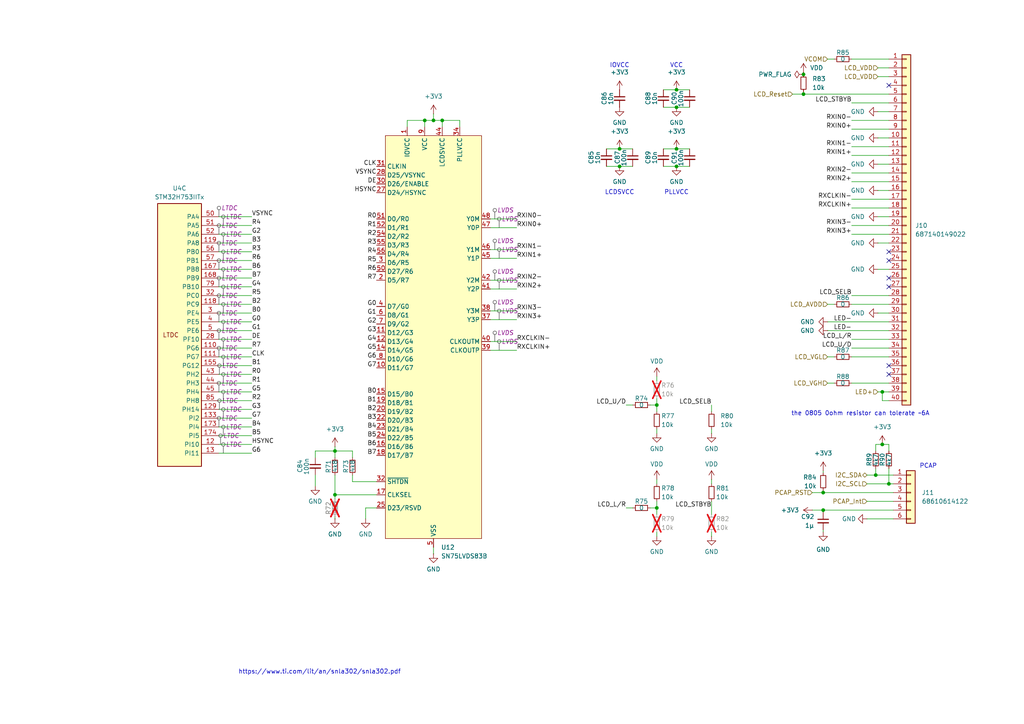
<source format=kicad_sch>
(kicad_sch
	(version 20231120)
	(generator "eeschema")
	(generator_version "8.0")
	(uuid "cfc08744-1338-460e-b9d6-bbb983fd58f1")
	(paper "A4")
	
	(junction
		(at 97.155 130.81)
		(diameter 0)
		(color 0 0 0 0)
		(uuid "0a014240-3880-4e76-9a94-85fc4b86e196")
	)
	(junction
		(at 179.705 48.26)
		(diameter 0)
		(color 0 0 0 0)
		(uuid "1a981e4a-df1f-4554-808a-8cb682e6b709")
	)
	(junction
		(at 255.905 128.905)
		(diameter 0)
		(color 0 0 0 0)
		(uuid "1f38e153-e651-4879-8c77-3220d9bfe30b")
	)
	(junction
		(at 196.215 26.035)
		(diameter 0)
		(color 0 0 0 0)
		(uuid "36bddcfd-11d5-48fe-af61-3a943aa79791")
	)
	(junction
		(at 257.81 140.335)
		(diameter 0)
		(color 0 0 0 0)
		(uuid "3925a27d-4875-405a-8c29-a7ba8d4725f7")
	)
	(junction
		(at 125.73 34.925)
		(diameter 0)
		(color 0 0 0 0)
		(uuid "51eeccfe-6686-4ca9-8aba-d515e08cb179")
	)
	(junction
		(at 190.5 117.475)
		(diameter 0)
		(color 0 0 0 0)
		(uuid "587b8044-6d76-4594-b205-64f5ae3d0cbf")
	)
	(junction
		(at 128.27 34.925)
		(diameter 0)
		(color 0 0 0 0)
		(uuid "5e4fb1b3-b906-42cb-9bcf-1fe43b515c5c")
	)
	(junction
		(at 123.19 34.925)
		(diameter 0)
		(color 0 0 0 0)
		(uuid "6921e377-c6aa-4918-8f18-78751ee65e4b")
	)
	(junction
		(at 233.045 27.305)
		(diameter 0)
		(color 0 0 0 0)
		(uuid "6b7b1be5-7851-40f7-b61c-54746ac8b71c")
	)
	(junction
		(at 179.705 43.18)
		(diameter 0)
		(color 0 0 0 0)
		(uuid "6f2f8254-1c91-4009-962f-948e94f45990")
	)
	(junction
		(at 238.76 147.955)
		(diameter 0)
		(color 0 0 0 0)
		(uuid "833e2d64-fc43-464a-9283-f695744d3d12")
	)
	(junction
		(at 255.905 113.665)
		(diameter 0)
		(color 0 0 0 0)
		(uuid "89518f6e-9c83-421f-9c57-ab6c1f4a7a34")
	)
	(junction
		(at 97.155 143.51)
		(diameter 0)
		(color 0 0 0 0)
		(uuid "b360e58b-d3d1-4f91-b7db-26a83f81783f")
	)
	(junction
		(at 238.76 142.875)
		(diameter 0)
		(color 0 0 0 0)
		(uuid "ba9f6885-d1c2-4976-8e6c-b3c768d67c14")
	)
	(junction
		(at 190.5 147.32)
		(diameter 0)
		(color 0 0 0 0)
		(uuid "cbdd449a-e405-445e-a272-3419885e6243")
	)
	(junction
		(at 196.215 48.26)
		(diameter 0)
		(color 0 0 0 0)
		(uuid "d008a368-33cc-4d3e-b958-698d092dfcd5")
	)
	(junction
		(at 196.215 31.115)
		(diameter 0)
		(color 0 0 0 0)
		(uuid "ec8f96ba-b615-4c3c-85a1-f8ab19bdb118")
	)
	(junction
		(at 233.045 21.59)
		(diameter 0)
		(color 0 0 0 0)
		(uuid "f0bb0dd0-1498-4cf2-80b4-e31af6999afb")
	)
	(junction
		(at 196.215 43.18)
		(diameter 0)
		(color 0 0 0 0)
		(uuid "f4221231-7f4d-4ee4-b654-d71f985c5bf1")
	)
	(junction
		(at 254 137.795)
		(diameter 0)
		(color 0 0 0 0)
		(uuid "f621acd5-9b92-4da7-afc1-ea1e53f7700e")
	)
	(no_connect
		(at 257.81 108.585)
		(uuid "206530de-08a6-4322-927d-360e1543f9c3")
	)
	(no_connect
		(at 257.81 80.645)
		(uuid "4670c019-b6c9-4fcc-b1c1-90483035a52d")
	)
	(no_connect
		(at 257.81 73.025)
		(uuid "57ba4c83-7552-48dc-a263-d34d0b323fe5")
	)
	(no_connect
		(at 257.81 83.185)
		(uuid "58e4a9ba-9959-41ee-8aa7-af7bb26bb0fc")
	)
	(no_connect
		(at 257.81 75.565)
		(uuid "6656bea9-1e28-47cc-8494-9faa91d6f4b4")
	)
	(no_connect
		(at 257.81 24.765)
		(uuid "b5294258-8b2c-4d02-a271-4a5af5e8753b")
	)
	(no_connect
		(at 257.81 106.045)
		(uuid "d5a720d4-226e-4161-a590-27effc13fbc0")
	)
	(wire
		(pts
			(xy 196.215 48.26) (xy 200.025 48.26)
		)
		(stroke
			(width 0)
			(type default)
		)
		(uuid "0298da3d-88c6-441a-bd23-3a8b6279e8c9")
	)
	(wire
		(pts
			(xy 251.46 140.335) (xy 257.81 140.335)
		)
		(stroke
			(width 0)
			(type default)
		)
		(uuid "05e528cd-cd25-429f-b1b3-d804461f1fbb")
	)
	(wire
		(pts
			(xy 257.81 135.89) (xy 257.81 140.335)
		)
		(stroke
			(width 0)
			(type default)
		)
		(uuid "06b39ecd-f131-4d5e-be11-106155e0051c")
	)
	(wire
		(pts
			(xy 149.86 99.06) (xy 142.24 99.06)
		)
		(stroke
			(width 0)
			(type default)
		)
		(uuid "0714a536-7eb6-4ce2-851e-ea015f0458bc")
	)
	(wire
		(pts
			(xy 238.76 154.305) (xy 238.76 153.67)
		)
		(stroke
			(width 0)
			(type default)
		)
		(uuid "07f733c1-2c84-4554-b580-90af3ab3af81")
	)
	(wire
		(pts
			(xy 97.155 149.86) (xy 97.155 150.495)
		)
		(stroke
			(width 0)
			(type default)
		)
		(uuid "09997052-fd26-4555-95c6-8743f1453e4f")
	)
	(wire
		(pts
			(xy 73.025 90.805) (xy 63.5 90.805)
		)
		(stroke
			(width 0)
			(type default)
		)
		(uuid "0c7769d9-58d9-424f-8e8c-af7626579794")
	)
	(wire
		(pts
			(xy 102.235 130.81) (xy 102.235 132.715)
		)
		(stroke
			(width 0)
			(type default)
		)
		(uuid "0c8bd05c-5fba-4223-a449-4cbbc5bdec09")
	)
	(wire
		(pts
			(xy 73.025 106.045) (xy 63.5 106.045)
		)
		(stroke
			(width 0)
			(type default)
		)
		(uuid "0d39e855-7002-41d3-8c4c-228d51362fd8")
	)
	(wire
		(pts
			(xy 133.35 34.925) (xy 133.35 36.83)
		)
		(stroke
			(width 0)
			(type default)
		)
		(uuid "0fe53239-7447-4eb5-8ad5-c0e8b73b79db")
	)
	(wire
		(pts
			(xy 125.73 158.75) (xy 125.73 160.655)
		)
		(stroke
			(width 0)
			(type default)
		)
		(uuid "10cb2966-9e76-4d0b-ae0d-260f6ad04f92")
	)
	(wire
		(pts
			(xy 247.015 111.125) (xy 257.81 111.125)
		)
		(stroke
			(width 0)
			(type default)
		)
		(uuid "13c63c44-473b-4821-bfdb-9dab528786c2")
	)
	(wire
		(pts
			(xy 190.5 147.32) (xy 190.5 149.225)
		)
		(stroke
			(width 0)
			(type default)
		)
		(uuid "1682fa89-003e-4157-a37f-bb74a89a1921")
	)
	(wire
		(pts
			(xy 233.045 20.955) (xy 233.045 21.59)
		)
		(stroke
			(width 0)
			(type default)
		)
		(uuid "17155407-70a1-437c-acf1-ef8c745c8d55")
	)
	(wire
		(pts
			(xy 73.025 78.105) (xy 63.5 78.105)
		)
		(stroke
			(width 0)
			(type default)
		)
		(uuid "17d94e04-1564-40d7-929a-7f08193a5664")
	)
	(wire
		(pts
			(xy 238.76 147.955) (xy 238.76 148.59)
		)
		(stroke
			(width 0)
			(type default)
		)
		(uuid "193249d7-42be-4aa3-9346-3782bac88bef")
	)
	(wire
		(pts
			(xy 190.5 109.22) (xy 190.5 110.49)
		)
		(stroke
			(width 0)
			(type default)
		)
		(uuid "19ebde49-e7ee-4f44-aa21-c9a530b73c81")
	)
	(wire
		(pts
			(xy 254.635 90.805) (xy 257.81 90.805)
		)
		(stroke
			(width 0)
			(type default)
		)
		(uuid "1c029d85-b489-425d-b4be-7fb14080dda1")
	)
	(wire
		(pts
			(xy 247.015 88.265) (xy 257.81 88.265)
		)
		(stroke
			(width 0)
			(type default)
		)
		(uuid "1d48773f-2c67-4fd6-b92d-82324b248da6")
	)
	(wire
		(pts
			(xy 247.015 103.505) (xy 257.81 103.505)
		)
		(stroke
			(width 0)
			(type default)
		)
		(uuid "1ec68ab0-74c3-4639-83cb-e6593f6a6859")
	)
	(wire
		(pts
			(xy 73.025 121.285) (xy 63.5 121.285)
		)
		(stroke
			(width 0)
			(type default)
		)
		(uuid "207bac0e-477b-4ecc-a9e7-30d1882c0397")
	)
	(wire
		(pts
			(xy 97.155 130.81) (xy 102.235 130.81)
		)
		(stroke
			(width 0)
			(type default)
		)
		(uuid "23b220bd-13e9-445f-ae5e-3ab326eee3d2")
	)
	(wire
		(pts
			(xy 238.76 142.24) (xy 238.76 142.875)
		)
		(stroke
			(width 0)
			(type default)
		)
		(uuid "23c600d3-e761-4c99-b45d-34adfb2a9b67")
	)
	(wire
		(pts
			(xy 73.025 113.665) (xy 63.5 113.665)
		)
		(stroke
			(width 0)
			(type default)
		)
		(uuid "2740aec2-87ac-44d3-b6ad-680504a1c06c")
	)
	(wire
		(pts
			(xy 247.015 60.325) (xy 257.81 60.325)
		)
		(stroke
			(width 0)
			(type default)
		)
		(uuid "27619d87-814b-4e66-8ce5-84c9b258f0bf")
	)
	(wire
		(pts
			(xy 142.24 74.93) (xy 149.86 74.93)
		)
		(stroke
			(width 0)
			(type default)
		)
		(uuid "29b1f2f7-9974-4042-9e5d-7f1190fac34f")
	)
	(wire
		(pts
			(xy 142.24 83.82) (xy 149.86 83.82)
		)
		(stroke
			(width 0)
			(type default)
		)
		(uuid "2c715c41-8579-4be5-8127-330173332aa8")
	)
	(wire
		(pts
			(xy 247.015 65.405) (xy 257.81 65.405)
		)
		(stroke
			(width 0)
			(type default)
		)
		(uuid "2f1b7142-5359-4472-b1fd-de96165f83e6")
	)
	(wire
		(pts
			(xy 73.025 80.645) (xy 63.5 80.645)
		)
		(stroke
			(width 0)
			(type default)
		)
		(uuid "2f42cc24-c719-4c2e-85ed-24e93a3cc083")
	)
	(wire
		(pts
			(xy 254.635 22.225) (xy 257.81 22.225)
		)
		(stroke
			(width 0)
			(type default)
		)
		(uuid "2f4e38f2-30cc-442c-b415-30467d32412d")
	)
	(wire
		(pts
			(xy 109.22 139.7) (xy 102.235 139.7)
		)
		(stroke
			(width 0)
			(type default)
		)
		(uuid "2fa43b00-581c-4b57-a7a9-a604f50b01d8")
	)
	(wire
		(pts
			(xy 73.025 70.485) (xy 63.5 70.485)
		)
		(stroke
			(width 0)
			(type default)
		)
		(uuid "2fd05b17-4010-4706-b3dd-e515141cfb1b")
	)
	(wire
		(pts
			(xy 181.61 147.32) (xy 183.515 147.32)
		)
		(stroke
			(width 0)
			(type default)
		)
		(uuid "30ffd6f7-ef1f-437f-9a7c-a23e216c9290")
	)
	(wire
		(pts
			(xy 206.375 117.475) (xy 206.375 119.38)
		)
		(stroke
			(width 0)
			(type default)
		)
		(uuid "312df952-f886-423f-9ecc-b76acc89c019")
	)
	(wire
		(pts
			(xy 73.025 111.125) (xy 63.5 111.125)
		)
		(stroke
			(width 0)
			(type default)
		)
		(uuid "338badde-9ba2-4589-8576-84513e88485b")
	)
	(wire
		(pts
			(xy 247.015 57.785) (xy 257.81 57.785)
		)
		(stroke
			(width 0)
			(type default)
		)
		(uuid "338cbeb0-9e4c-42b6-9787-f19a5da2870c")
	)
	(wire
		(pts
			(xy 73.025 85.725) (xy 63.5 85.725)
		)
		(stroke
			(width 0)
			(type default)
		)
		(uuid "353d6dc0-f1dc-426d-ba7b-8e9e71df4b19")
	)
	(wire
		(pts
			(xy 233.045 26.67) (xy 233.045 27.305)
		)
		(stroke
			(width 0)
			(type default)
		)
		(uuid "354a3f1c-1c85-4f32-9b4a-8a7f5efa4e0a")
	)
	(wire
		(pts
			(xy 254 128.905) (xy 255.905 128.905)
		)
		(stroke
			(width 0)
			(type default)
		)
		(uuid "357e09a7-75f7-41a8-8c60-319f523d3773")
	)
	(wire
		(pts
			(xy 97.155 132.715) (xy 97.155 130.81)
		)
		(stroke
			(width 0)
			(type default)
		)
		(uuid "36eb8b53-c7a4-49dd-be5b-2105c6730fe4")
	)
	(wire
		(pts
			(xy 190.5 145.415) (xy 190.5 147.32)
		)
		(stroke
			(width 0)
			(type default)
		)
		(uuid "37521562-0348-42d1-a316-ad5f22f99668")
	)
	(wire
		(pts
			(xy 106.045 147.32) (xy 109.22 147.32)
		)
		(stroke
			(width 0)
			(type default)
		)
		(uuid "3a719ff8-c0b4-4593-b1f0-e26697bd70c2")
	)
	(wire
		(pts
			(xy 206.375 124.46) (xy 206.375 125.73)
		)
		(stroke
			(width 0)
			(type default)
		)
		(uuid "3ae24d99-1378-4e06-9b17-fab03726b185")
	)
	(wire
		(pts
			(xy 255.905 116.205) (xy 255.905 113.665)
		)
		(stroke
			(width 0)
			(type default)
		)
		(uuid "3d796974-152f-4f56-bd9a-5cb2a66feb94")
	)
	(wire
		(pts
			(xy 149.86 90.17) (xy 142.24 90.17)
		)
		(stroke
			(width 0)
			(type default)
		)
		(uuid "3db8ead2-c244-4591-9f6b-d8e5bc35cade")
	)
	(wire
		(pts
			(xy 251.46 137.795) (xy 254 137.795)
		)
		(stroke
			(width 0)
			(type default)
		)
		(uuid "3f295cfd-ebba-4b1e-bac9-708590bd77b6")
	)
	(wire
		(pts
			(xy 91.44 130.81) (xy 97.155 130.81)
		)
		(stroke
			(width 0)
			(type default)
		)
		(uuid "45d0edf7-736a-4aa7-a23f-5212f8458eff")
	)
	(wire
		(pts
			(xy 247.015 17.145) (xy 257.81 17.145)
		)
		(stroke
			(width 0)
			(type default)
		)
		(uuid "466f5f35-7ab1-4d99-b939-c70f85820bed")
	)
	(wire
		(pts
			(xy 255.905 116.205) (xy 257.81 116.205)
		)
		(stroke
			(width 0)
			(type default)
		)
		(uuid "4718d472-c8b6-4441-ab81-d18e38c07fbd")
	)
	(wire
		(pts
			(xy 73.025 95.885) (xy 63.5 95.885)
		)
		(stroke
			(width 0)
			(type default)
		)
		(uuid "474024e8-c41f-40cb-9189-6472ac0431c2")
	)
	(wire
		(pts
			(xy 247.015 52.705) (xy 257.81 52.705)
		)
		(stroke
			(width 0)
			(type default)
		)
		(uuid "48985834-8e71-434f-b58e-ed9ffa085d20")
	)
	(wire
		(pts
			(xy 238.76 147.955) (xy 259.08 147.955)
		)
		(stroke
			(width 0)
			(type default)
		)
		(uuid "4c814185-20ab-4c63-85a3-08873cf631b5")
	)
	(wire
		(pts
			(xy 73.025 126.365) (xy 63.5 126.365)
		)
		(stroke
			(width 0)
			(type default)
		)
		(uuid "4cfb2005-de05-4a9f-b8a3-20c9e3e1b72d")
	)
	(wire
		(pts
			(xy 73.025 88.265) (xy 63.5 88.265)
		)
		(stroke
			(width 0)
			(type default)
		)
		(uuid "502ec2c1-b2f3-4c69-8215-aea89d77cbb8")
	)
	(wire
		(pts
			(xy 235.585 142.875) (xy 238.76 142.875)
		)
		(stroke
			(width 0)
			(type default)
		)
		(uuid "51176f82-a718-44d9-8aac-1fbaebeebff1")
	)
	(wire
		(pts
			(xy 125.73 34.925) (xy 128.27 34.925)
		)
		(stroke
			(width 0)
			(type default)
		)
		(uuid "512c3170-6919-410f-ab24-a01210192fc0")
	)
	(wire
		(pts
			(xy 73.025 75.565) (xy 63.5 75.565)
		)
		(stroke
			(width 0)
			(type default)
		)
		(uuid "5189ac23-5b18-47b9-a125-4cf0911b02fc")
	)
	(wire
		(pts
			(xy 175.895 48.26) (xy 179.705 48.26)
		)
		(stroke
			(width 0)
			(type default)
		)
		(uuid "57ab13e2-8a92-42d1-9fb8-6b02d0766ffe")
	)
	(wire
		(pts
			(xy 188.595 147.32) (xy 190.5 147.32)
		)
		(stroke
			(width 0)
			(type default)
		)
		(uuid "5bb6ede0-1f09-4ee3-b054-e913caa88144")
	)
	(wire
		(pts
			(xy 254.635 62.865) (xy 257.81 62.865)
		)
		(stroke
			(width 0)
			(type default)
		)
		(uuid "5d74f553-7285-4b03-8f7a-7493264e6ca7")
	)
	(wire
		(pts
			(xy 240.03 93.345) (xy 257.81 93.345)
		)
		(stroke
			(width 0)
			(type default)
		)
		(uuid "5f241d29-31c2-41f4-bd3d-059c2e65be39")
	)
	(wire
		(pts
			(xy 73.025 128.905) (xy 63.5 128.905)
		)
		(stroke
			(width 0)
			(type default)
		)
		(uuid "6075275d-7f2e-461d-a448-e93aaa6b54b5")
	)
	(wire
		(pts
			(xy 206.375 139.065) (xy 206.375 140.335)
		)
		(stroke
			(width 0)
			(type default)
		)
		(uuid "60c7230e-5bca-4180-bcca-03d23889c8d9")
	)
	(wire
		(pts
			(xy 240.03 17.145) (xy 241.935 17.145)
		)
		(stroke
			(width 0)
			(type default)
		)
		(uuid "618979c3-fee3-4fd4-90b7-b3a321c9831f")
	)
	(wire
		(pts
			(xy 179.705 43.18) (xy 183.515 43.18)
		)
		(stroke
			(width 0)
			(type default)
		)
		(uuid "652c6c39-fa45-4f03-89a8-cde00a0d1335")
	)
	(wire
		(pts
			(xy 181.61 117.475) (xy 183.515 117.475)
		)
		(stroke
			(width 0)
			(type default)
		)
		(uuid "65cc8ab6-13ef-40a8-9b07-cc9baf602c04")
	)
	(wire
		(pts
			(xy 247.015 67.945) (xy 257.81 67.945)
		)
		(stroke
			(width 0)
			(type default)
		)
		(uuid "671eb76e-ac7c-495b-9377-d06227dbda46")
	)
	(wire
		(pts
			(xy 206.375 154.305) (xy 206.375 155.575)
		)
		(stroke
			(width 0)
			(type default)
		)
		(uuid "68278b12-7341-4bce-ab78-6f965d6478a7")
	)
	(wire
		(pts
			(xy 188.595 117.475) (xy 190.5 117.475)
		)
		(stroke
			(width 0)
			(type default)
		)
		(uuid "6e4fea39-f48b-434e-b2ca-502d3b4c5e09")
	)
	(wire
		(pts
			(xy 106.045 150.495) (xy 106.045 147.32)
		)
		(stroke
			(width 0)
			(type default)
		)
		(uuid "6f5af170-38aa-4c58-a2e9-2e76e811c87e")
	)
	(wire
		(pts
			(xy 247.015 100.965) (xy 257.81 100.965)
		)
		(stroke
			(width 0)
			(type default)
		)
		(uuid "71413b15-4c29-4db8-9aca-4d4d08e03b81")
	)
	(wire
		(pts
			(xy 190.5 124.46) (xy 190.5 125.73)
		)
		(stroke
			(width 0)
			(type default)
		)
		(uuid "71808231-1ba2-4266-ac0d-4cd719878a39")
	)
	(wire
		(pts
			(xy 251.46 145.415) (xy 259.08 145.415)
		)
		(stroke
			(width 0)
			(type default)
		)
		(uuid "718cbf0e-2c2e-4dfb-aa82-e96c26e595e9")
	)
	(wire
		(pts
			(xy 73.025 118.745) (xy 63.5 118.745)
		)
		(stroke
			(width 0)
			(type default)
		)
		(uuid "722e648b-dd59-4c9c-b8e6-05d6a986c479")
	)
	(wire
		(pts
			(xy 73.025 98.425) (xy 63.5 98.425)
		)
		(stroke
			(width 0)
			(type default)
		)
		(uuid "7346d934-c35c-43c1-88c0-f88dc480586d")
	)
	(wire
		(pts
			(xy 123.19 34.925) (xy 125.73 34.925)
		)
		(stroke
			(width 0)
			(type default)
		)
		(uuid "79289023-9eda-4942-b277-ffdf5c17a90c")
	)
	(wire
		(pts
			(xy 206.375 145.415) (xy 206.375 149.225)
		)
		(stroke
			(width 0)
			(type default)
		)
		(uuid "79526d75-b91c-4e80-a209-f4f7252523a2")
	)
	(wire
		(pts
			(xy 240.03 95.885) (xy 257.81 95.885)
		)
		(stroke
			(width 0)
			(type default)
		)
		(uuid "7a3e6c4f-9432-460d-bcc3-675f61fb2f7b")
	)
	(wire
		(pts
			(xy 240.03 88.265) (xy 241.935 88.265)
		)
		(stroke
			(width 0)
			(type default)
		)
		(uuid "7ba4c5a6-fc2a-42bf-835e-6d3fe146eb49")
	)
	(wire
		(pts
			(xy 73.025 65.405) (xy 63.5 65.405)
		)
		(stroke
			(width 0)
			(type default)
		)
		(uuid "7c194a2f-2393-4372-aed6-e1e9f16266e8")
	)
	(wire
		(pts
			(xy 247.015 85.725) (xy 257.81 85.725)
		)
		(stroke
			(width 0)
			(type default)
		)
		(uuid "7d97b2ea-9c3a-4444-8140-5f88442d21a4")
	)
	(wire
		(pts
			(xy 102.235 139.7) (xy 102.235 137.795)
		)
		(stroke
			(width 0)
			(type default)
		)
		(uuid "7ef4ed38-09cf-4dc1-8d17-593720d6bfbd")
	)
	(wire
		(pts
			(xy 257.81 140.335) (xy 259.08 140.335)
		)
		(stroke
			(width 0)
			(type default)
		)
		(uuid "80449c22-7a2e-48ef-b100-319c64440b08")
	)
	(wire
		(pts
			(xy 91.44 130.81) (xy 91.44 132.715)
		)
		(stroke
			(width 0)
			(type default)
		)
		(uuid "8052b36c-73f0-4c99-a4b1-bba64c1b82e2")
	)
	(wire
		(pts
			(xy 118.11 34.925) (xy 123.19 34.925)
		)
		(stroke
			(width 0)
			(type default)
		)
		(uuid "82256a26-20d4-4f1c-8160-6219baaaf0fd")
	)
	(wire
		(pts
			(xy 192.405 31.115) (xy 196.215 31.115)
		)
		(stroke
			(width 0)
			(type default)
		)
		(uuid "824ceded-869f-4f61-9b0d-737a6d94db16")
	)
	(wire
		(pts
			(xy 254.635 32.385) (xy 257.81 32.385)
		)
		(stroke
			(width 0)
			(type default)
		)
		(uuid "83cc7d18-3605-4624-a3e7-065a5db17972")
	)
	(wire
		(pts
			(xy 97.155 129.54) (xy 97.155 130.81)
		)
		(stroke
			(width 0)
			(type default)
		)
		(uuid "862bf58b-0b37-45d1-90c8-c77c888bb601")
	)
	(wire
		(pts
			(xy 238.76 142.875) (xy 259.08 142.875)
		)
		(stroke
			(width 0)
			(type default)
		)
		(uuid "8a253ece-2bc3-43e4-9198-530d6b262d90")
	)
	(wire
		(pts
			(xy 255.905 113.665) (xy 257.81 113.665)
		)
		(stroke
			(width 0)
			(type default)
		)
		(uuid "8b0d9d8b-5c7a-4cad-883a-66ceb5f7ef54")
	)
	(wire
		(pts
			(xy 240.03 103.505) (xy 241.935 103.505)
		)
		(stroke
			(width 0)
			(type default)
		)
		(uuid "8b6da8b0-de78-4e0a-9628-aa523a0de7bb")
	)
	(wire
		(pts
			(xy 254.635 70.485) (xy 257.81 70.485)
		)
		(stroke
			(width 0)
			(type default)
		)
		(uuid "8fcba768-840e-438e-ac66-8ec626ed306c")
	)
	(wire
		(pts
			(xy 175.895 43.18) (xy 179.705 43.18)
		)
		(stroke
			(width 0)
			(type default)
		)
		(uuid "90afa069-9607-44d1-8a5b-5ef07d699a4a")
	)
	(wire
		(pts
			(xy 123.19 34.925) (xy 123.19 36.83)
		)
		(stroke
			(width 0)
			(type default)
		)
		(uuid "95aa725c-7b4c-4809-b773-ab53822a785e")
	)
	(wire
		(pts
			(xy 91.44 137.795) (xy 91.44 140.97)
		)
		(stroke
			(width 0)
			(type default)
		)
		(uuid "96be8705-1aaf-4f28-aace-ecacb5b0fc86")
	)
	(wire
		(pts
			(xy 235.585 147.955) (xy 238.76 147.955)
		)
		(stroke
			(width 0)
			(type default)
		)
		(uuid "9af2513d-bd0e-422c-8c69-9f61ea71fb1c")
	)
	(wire
		(pts
			(xy 247.015 34.925) (xy 257.81 34.925)
		)
		(stroke
			(width 0)
			(type default)
		)
		(uuid "9afaf073-8914-4b5f-9a09-321c7823603b")
	)
	(wire
		(pts
			(xy 149.86 63.5) (xy 142.24 63.5)
		)
		(stroke
			(width 0)
			(type default)
		)
		(uuid "9b1bb6e8-b640-4df4-90e7-f515e45fb94d")
	)
	(wire
		(pts
			(xy 257.81 128.905) (xy 257.81 130.81)
		)
		(stroke
			(width 0)
			(type default)
		)
		(uuid "9c4d6a6f-f984-42f1-a37b-45ccd36c49c2")
	)
	(wire
		(pts
			(xy 254.635 113.665) (xy 255.905 113.665)
		)
		(stroke
			(width 0)
			(type default)
		)
		(uuid "9cb67b43-cabd-47e1-99bb-bf896041f2a0")
	)
	(wire
		(pts
			(xy 255.905 128.905) (xy 257.81 128.905)
		)
		(stroke
			(width 0)
			(type default)
		)
		(uuid "9cd4ebb7-1f67-4d4a-86a6-5d4df2a67f6d")
	)
	(wire
		(pts
			(xy 73.025 103.505) (xy 63.5 103.505)
		)
		(stroke
			(width 0)
			(type default)
		)
		(uuid "9cd80d76-b308-4f36-bf78-30d41cf882c2")
	)
	(wire
		(pts
			(xy 73.025 123.825) (xy 63.5 123.825)
		)
		(stroke
			(width 0)
			(type default)
		)
		(uuid "a0b0b6be-49e7-466a-9be7-f5d9a5e202c7")
	)
	(wire
		(pts
			(xy 73.025 62.865) (xy 63.5 62.865)
		)
		(stroke
			(width 0)
			(type default)
		)
		(uuid "a2d4b60b-4a56-4117-9f46-350310b40e10")
	)
	(wire
		(pts
			(xy 238.76 136.525) (xy 238.76 137.16)
		)
		(stroke
			(width 0)
			(type default)
		)
		(uuid "a38bdfda-67d3-463a-8274-24b317601fed")
	)
	(wire
		(pts
			(xy 196.215 43.18) (xy 200.025 43.18)
		)
		(stroke
			(width 0)
			(type default)
		)
		(uuid "a42e8e46-cd2f-432f-9417-b53432b08db3")
	)
	(wire
		(pts
			(xy 233.045 27.305) (xy 257.81 27.305)
		)
		(stroke
			(width 0)
			(type default)
		)
		(uuid "a94d2cb2-c0e3-4b77-867f-08036eb8635e")
	)
	(wire
		(pts
			(xy 179.705 48.26) (xy 183.515 48.26)
		)
		(stroke
			(width 0)
			(type default)
		)
		(uuid "a9ab5bcb-7b6e-465d-8750-6972b61c2bbb")
	)
	(wire
		(pts
			(xy 196.215 31.115) (xy 200.025 31.115)
		)
		(stroke
			(width 0)
			(type default)
		)
		(uuid "aa32b454-0871-44c0-a45c-e8ddba70bf7e")
	)
	(wire
		(pts
			(xy 73.025 83.185) (xy 63.5 83.185)
		)
		(stroke
			(width 0)
			(type default)
		)
		(uuid "ab9141a5-c2e4-4987-b240-5417d21ae07d")
	)
	(wire
		(pts
			(xy 247.015 50.165) (xy 257.81 50.165)
		)
		(stroke
			(width 0)
			(type default)
		)
		(uuid "ae07fa32-ecd4-4f47-9f9a-68257480dc89")
	)
	(wire
		(pts
			(xy 254.635 19.685) (xy 257.81 19.685)
		)
		(stroke
			(width 0)
			(type default)
		)
		(uuid "ae5d1da4-dc18-4b2d-bc7a-ff67f4fd9e22")
	)
	(wire
		(pts
			(xy 73.025 73.025) (xy 63.5 73.025)
		)
		(stroke
			(width 0)
			(type default)
		)
		(uuid "ae88b2ef-c6a0-445c-8cfe-50ec635910c2")
	)
	(wire
		(pts
			(xy 254.635 78.105) (xy 257.81 78.105)
		)
		(stroke
			(width 0)
			(type default)
		)
		(uuid "b3918266-6f83-4b67-95c2-a18adeb3b8f8")
	)
	(wire
		(pts
			(xy 73.025 108.585) (xy 63.5 108.585)
		)
		(stroke
			(width 0)
			(type default)
		)
		(uuid "b46fcf1d-724b-45af-b731-03b25df5e6bb")
	)
	(wire
		(pts
			(xy 247.015 98.425) (xy 257.81 98.425)
		)
		(stroke
			(width 0)
			(type default)
		)
		(uuid "b74665b8-9c25-4e6e-9b69-3020ade95bd7")
	)
	(wire
		(pts
			(xy 125.73 33.02) (xy 125.73 34.925)
		)
		(stroke
			(width 0)
			(type default)
		)
		(uuid "b840f00d-7dd3-40a7-a038-2bd1432f126e")
	)
	(wire
		(pts
			(xy 128.27 34.925) (xy 133.35 34.925)
		)
		(stroke
			(width 0)
			(type default)
		)
		(uuid "b92b6ecf-f5c2-4e28-a6c0-424f103af062")
	)
	(wire
		(pts
			(xy 254.635 55.245) (xy 257.81 55.245)
		)
		(stroke
			(width 0)
			(type default)
		)
		(uuid "ba578d3a-fb82-4cea-8c1f-7e1fda372293")
	)
	(wire
		(pts
			(xy 254 137.795) (xy 259.08 137.795)
		)
		(stroke
			(width 0)
			(type default)
		)
		(uuid "bbd5ddb8-14c3-4b2b-aa92-4b50e140d68c")
	)
	(wire
		(pts
			(xy 251.46 150.495) (xy 259.08 150.495)
		)
		(stroke
			(width 0)
			(type default)
		)
		(uuid "bc4832a6-be93-4682-a561-6bd59cf7249f")
	)
	(wire
		(pts
			(xy 254 128.905) (xy 254 130.81)
		)
		(stroke
			(width 0)
			(type default)
		)
		(uuid "bd98bc5c-a944-4744-b53e-8f22f3ee1dda")
	)
	(wire
		(pts
			(xy 142.24 101.6) (xy 149.86 101.6)
		)
		(stroke
			(width 0)
			(type default)
		)
		(uuid "bdbf3e05-4ce9-4913-af14-3d367f3a176f")
	)
	(wire
		(pts
			(xy 247.015 37.465) (xy 257.81 37.465)
		)
		(stroke
			(width 0)
			(type default)
		)
		(uuid "bef8842b-46f7-4d9f-b8ff-b5523cb14e85")
	)
	(wire
		(pts
			(xy 73.025 67.945) (xy 63.5 67.945)
		)
		(stroke
			(width 0)
			(type default)
		)
		(uuid "bf035543-2a39-45e7-8df5-7690765d5f49")
	)
	(wire
		(pts
			(xy 254.635 40.005) (xy 257.81 40.005)
		)
		(stroke
			(width 0)
			(type default)
		)
		(uuid "bf23b9bf-e84b-4f47-83d9-2d403c4d44e9")
	)
	(wire
		(pts
			(xy 73.025 116.205) (xy 63.5 116.205)
		)
		(stroke
			(width 0)
			(type default)
		)
		(uuid "c0f57f5c-657b-4a7f-8933-0b263a9e6023")
	)
	(wire
		(pts
			(xy 192.405 43.18) (xy 196.215 43.18)
		)
		(stroke
			(width 0)
			(type default)
		)
		(uuid "c98340a9-4958-44da-bead-778ce16b983c")
	)
	(wire
		(pts
			(xy 247.015 45.085) (xy 257.81 45.085)
		)
		(stroke
			(width 0)
			(type default)
		)
		(uuid "c9db60b3-18a2-4d9a-b871-8efab5d8404d")
	)
	(wire
		(pts
			(xy 192.405 26.035) (xy 196.215 26.035)
		)
		(stroke
			(width 0)
			(type default)
		)
		(uuid "cedf6cc6-cf0c-4876-9970-dbb1e94e38da")
	)
	(wire
		(pts
			(xy 149.86 72.39) (xy 142.24 72.39)
		)
		(stroke
			(width 0)
			(type default)
		)
		(uuid "d075d592-3916-48ba-bae1-4c662547c997")
	)
	(wire
		(pts
			(xy 73.025 100.965) (xy 63.5 100.965)
		)
		(stroke
			(width 0)
			(type default)
		)
		(uuid "d45c6d57-f568-4cd8-b7c8-36ad8932d851")
	)
	(wire
		(pts
			(xy 190.5 117.475) (xy 190.5 119.38)
		)
		(stroke
			(width 0)
			(type default)
		)
		(uuid "e03c2f78-ecb6-4011-a780-91df4e9eb48f")
	)
	(wire
		(pts
			(xy 142.24 92.71) (xy 149.86 92.71)
		)
		(stroke
			(width 0)
			(type default)
		)
		(uuid "e0779c4d-d336-4ce1-bfa3-a3790b2fc8bf")
	)
	(wire
		(pts
			(xy 73.025 131.445) (xy 63.5 131.445)
		)
		(stroke
			(width 0)
			(type default)
		)
		(uuid "e08e363e-2784-44c9-a7c0-82001ed08804")
	)
	(wire
		(pts
			(xy 190.5 139.065) (xy 190.5 140.335)
		)
		(stroke
			(width 0)
			(type default)
		)
		(uuid "e0bfcbdd-bdf9-48a7-a6f5-92a1581af31c")
	)
	(wire
		(pts
			(xy 247.015 42.545) (xy 257.81 42.545)
		)
		(stroke
			(width 0)
			(type default)
		)
		(uuid "e2388c05-3c96-4150-bfba-fabf46d0bbae")
	)
	(wire
		(pts
			(xy 97.155 137.795) (xy 97.155 143.51)
		)
		(stroke
			(width 0)
			(type default)
		)
		(uuid "e70de6e4-78af-4d30-a1cb-1182b39e31e4")
	)
	(wire
		(pts
			(xy 142.24 66.04) (xy 149.86 66.04)
		)
		(stroke
			(width 0)
			(type default)
		)
		(uuid "e7cab5c7-8679-4b50-a42f-f882b181fbb9")
	)
	(wire
		(pts
			(xy 118.11 36.83) (xy 118.11 34.925)
		)
		(stroke
			(width 0)
			(type default)
		)
		(uuid "ea9d0ea8-e098-4297-9c55-b45bedd20476")
	)
	(wire
		(pts
			(xy 149.86 81.28) (xy 142.24 81.28)
		)
		(stroke
			(width 0)
			(type default)
		)
		(uuid "eb39c25b-ffe2-4da6-a0b2-8af71d0c1172")
	)
	(wire
		(pts
			(xy 192.405 48.26) (xy 196.215 48.26)
		)
		(stroke
			(width 0)
			(type default)
		)
		(uuid "f16df34f-8751-4964-b975-6f243a856a47")
	)
	(wire
		(pts
			(xy 240.03 111.125) (xy 241.935 111.125)
		)
		(stroke
			(width 0)
			(type default)
		)
		(uuid "f2557df2-1adf-456b-8f1a-153221d9ea7f")
	)
	(wire
		(pts
			(xy 254 135.89) (xy 254 137.795)
		)
		(stroke
			(width 0)
			(type default)
		)
		(uuid "f34b4a7f-30c2-4c02-acad-64be66476446")
	)
	(wire
		(pts
			(xy 97.155 143.51) (xy 109.22 143.51)
		)
		(stroke
			(width 0)
			(type default)
		)
		(uuid "f554973e-e8dd-4851-bca8-6fe663208a8f")
	)
	(wire
		(pts
			(xy 97.155 143.51) (xy 97.155 144.78)
		)
		(stroke
			(width 0)
			(type default)
		)
		(uuid "f564e718-be05-4a41-9b64-a20ab63ac335")
	)
	(wire
		(pts
			(xy 73.025 93.345) (xy 63.5 93.345)
		)
		(stroke
			(width 0)
			(type default)
		)
		(uuid "f5a32e9c-1591-4c8b-a8ac-b0056357b0dd")
	)
	(wire
		(pts
			(xy 190.5 154.305) (xy 190.5 155.575)
		)
		(stroke
			(width 0)
			(type default)
		)
		(uuid "f86d5a4b-b4ea-4bd2-b58a-bff92fc439ab")
	)
	(wire
		(pts
			(xy 247.015 29.845) (xy 257.81 29.845)
		)
		(stroke
			(width 0)
			(type default)
		)
		(uuid "f8bd3e43-06b8-48bc-969c-a24c8a936e42")
	)
	(wire
		(pts
			(xy 229.87 27.305) (xy 233.045 27.305)
		)
		(stroke
			(width 0)
			(type default)
		)
		(uuid "f907b5bd-be26-4ce3-bba1-b715c06131de")
	)
	(wire
		(pts
			(xy 190.5 115.57) (xy 190.5 117.475)
		)
		(stroke
			(width 0)
			(type default)
		)
		(uuid "fc269f37-55eb-4e62-8764-57f209f35f43")
	)
	(wire
		(pts
			(xy 254.635 47.625) (xy 257.81 47.625)
		)
		(stroke
			(width 0)
			(type default)
		)
		(uuid "fd2d8bec-9089-483f-bc2e-e8ddcafcfebb")
	)
	(wire
		(pts
			(xy 128.27 34.925) (xy 128.27 36.83)
		)
		(stroke
			(width 0)
			(type default)
		)
		(uuid "fe954440-ef8c-4f09-84e0-0a27616cf92c")
	)
	(wire
		(pts
			(xy 196.215 26.035) (xy 200.025 26.035)
		)
		(stroke
			(width 0)
			(type default)
		)
		(uuid "ffa19dcc-fc4d-4cde-b3c6-4f1326019579")
	)
	(text "PLLVCC"
		(exclude_from_sim no)
		(at 196.215 55.88 0)
		(effects
			(font
				(size 1.27 1.27)
			)
		)
		(uuid "69441736-eb38-4f01-a3f7-3aea416466f1")
	)
	(text "VCC"
		(exclude_from_sim no)
		(at 196.215 19.05 0)
		(effects
			(font
				(size 1.27 1.27)
			)
		)
		(uuid "7910a5ee-8ec7-4e91-a5a0-12c5f115d328")
	)
	(text "PCAP"
		(exclude_from_sim no)
		(at 269.24 135.255 0)
		(effects
			(font
				(size 1.27 1.27)
			)
		)
		(uuid "953f9d08-beaa-4a51-9778-13ce58a1a9e4")
	)
	(text "IOVCC"
		(exclude_from_sim no)
		(at 179.705 19.05 0)
		(effects
			(font
				(size 1.27 1.27)
			)
		)
		(uuid "9606f5f8-be5b-4b2d-8242-fc97946d3518")
	)
	(text "LCDSVCC"
		(exclude_from_sim no)
		(at 179.705 55.88 0)
		(effects
			(font
				(size 1.27 1.27)
			)
		)
		(uuid "b0eadaf5-52dd-452a-a86a-3eeecaa6db12")
	)
	(text "https://www.ti.com/lit/an/snla302/snla302.pdf"
		(exclude_from_sim no)
		(at 92.71 194.945 0)
		(effects
			(font
				(size 1.27 1.27)
			)
		)
		(uuid "bb44997b-1e8e-473d-b79d-3a23b573ff01")
	)
	(text "the 0805 0ohm resistor can tolerate ~6A"
		(exclude_from_sim no)
		(at 249.555 120.015 0)
		(effects
			(font
				(size 1.27 1.27)
			)
		)
		(uuid "ec6e7b20-8941-4277-a49c-06890acb3044")
	)
	(label "RXIN3-"
		(at 149.86 90.17 0)
		(effects
			(font
				(size 1.27 1.27)
			)
			(justify left bottom)
		)
		(uuid "00d2695c-ba7e-4b9b-a7dc-eb3405ab6848")
	)
	(label "CLK"
		(at 109.22 48.26 180)
		(effects
			(font
				(size 1.27 1.27)
			)
			(justify right bottom)
		)
		(uuid "0152042a-2e95-49bd-8c52-583776a4d18d")
	)
	(label "G7"
		(at 109.22 106.68 180)
		(effects
			(font
				(size 1.27 1.27)
			)
			(justify right bottom)
		)
		(uuid "08754e1f-e8f7-4846-ab84-6afec5cd4af9")
	)
	(label "R6"
		(at 73.025 75.565 0)
		(effects
			(font
				(size 1.27 1.27)
			)
			(justify left bottom)
		)
		(uuid "08ca3b5f-fac8-4fb4-9832-087b8859e3e4")
	)
	(label "G6"
		(at 73.025 131.445 0)
		(effects
			(font
				(size 1.27 1.27)
			)
			(justify left bottom)
		)
		(uuid "096b0597-da20-426d-a588-67938caf16a3")
	)
	(label "B0"
		(at 109.22 114.3 180)
		(effects
			(font
				(size 1.27 1.27)
			)
			(justify right bottom)
		)
		(uuid "096d8b65-3f35-45ea-a2cb-ec5d8c6d025a")
	)
	(label "RXIN2+"
		(at 247.015 52.705 180)
		(effects
			(font
				(size 1.27 1.27)
			)
			(justify right bottom)
		)
		(uuid "0e44530d-a1d4-42ae-910e-b7fa88ab0906")
	)
	(label "G6"
		(at 109.22 104.14 180)
		(effects
			(font
				(size 1.27 1.27)
			)
			(justify right bottom)
		)
		(uuid "148f24ec-133d-46ba-8469-e51a77694918")
	)
	(label "LED-"
		(at 247.015 95.885 180)
		(effects
			(font
				(size 1.27 1.27)
			)
			(justify right bottom)
		)
		(uuid "1734c896-d62e-44bd-8d20-21a2e9dccd60")
	)
	(label "B0"
		(at 73.025 90.805 0)
		(effects
			(font
				(size 1.27 1.27)
			)
			(justify left bottom)
		)
		(uuid "2533289e-e9d3-45ba-974c-2c60d94ab3ac")
	)
	(label "B5"
		(at 73.025 126.365 0)
		(effects
			(font
				(size 1.27 1.27)
			)
			(justify left bottom)
		)
		(uuid "2b03ce00-50b9-443b-a694-95e2ad9fbd0b")
	)
	(label "RXCLKIN+"
		(at 247.015 60.325 180)
		(effects
			(font
				(size 1.27 1.27)
			)
			(justify right bottom)
		)
		(uuid "2bc06b32-3f21-403a-9e2f-cc5591cc7bf4")
	)
	(label "B6"
		(at 73.025 78.105 0)
		(effects
			(font
				(size 1.27 1.27)
			)
			(justify left bottom)
		)
		(uuid "2f13269d-acbc-4026-a52b-966bcaf67fb9")
	)
	(label "R5"
		(at 109.22 76.2 180)
		(effects
			(font
				(size 1.27 1.27)
			)
			(justify right bottom)
		)
		(uuid "2f9635c8-4f48-4faf-a078-cffff38268eb")
	)
	(label "G5"
		(at 109.22 101.6 180)
		(effects
			(font
				(size 1.27 1.27)
			)
			(justify right bottom)
		)
		(uuid "2ff65520-03fa-4157-9b8f-e439531e5d4d")
	)
	(label "R5"
		(at 73.025 85.725 0)
		(effects
			(font
				(size 1.27 1.27)
			)
			(justify left bottom)
		)
		(uuid "30a26e4c-77dd-4daa-959d-9445d0b53384")
	)
	(label "LCD_STBYB"
		(at 206.375 147.32 180)
		(effects
			(font
				(size 1.27 1.27)
			)
			(justify right bottom)
		)
		(uuid "313daad7-5729-4cd5-a0eb-96ce9856e820")
	)
	(label "HSYNC"
		(at 73.025 128.905 0)
		(effects
			(font
				(size 1.27 1.27)
			)
			(justify left bottom)
		)
		(uuid "37ed1a4c-aaa7-4117-9939-eaf71c7fd3dd")
	)
	(label "VSYNC"
		(at 73.025 62.865 0)
		(effects
			(font
				(size 1.27 1.27)
			)
			(justify left bottom)
		)
		(uuid "4027ccb6-ccfc-48bb-ac38-97fd486ede19")
	)
	(label "R3"
		(at 73.025 73.025 0)
		(effects
			(font
				(size 1.27 1.27)
			)
			(justify left bottom)
		)
		(uuid "402fbdd1-f16d-42f6-b6d4-2893e3aeedfc")
	)
	(label "RXIN3+"
		(at 149.86 92.71 0)
		(effects
			(font
				(size 1.27 1.27)
			)
			(justify left bottom)
		)
		(uuid "4a58a965-b7ea-4b42-b760-89192e489f04")
	)
	(label "B3"
		(at 73.025 70.485 0)
		(effects
			(font
				(size 1.27 1.27)
			)
			(justify left bottom)
		)
		(uuid "4fe9fb27-c50c-4dba-8b12-14fe9d941704")
	)
	(label "R0"
		(at 73.025 108.585 0)
		(effects
			(font
				(size 1.27 1.27)
			)
			(justify left bottom)
		)
		(uuid "5036eab7-a315-4c60-9769-172ad985f941")
	)
	(label "R6"
		(at 109.22 78.74 180)
		(effects
			(font
				(size 1.27 1.27)
			)
			(justify right bottom)
		)
		(uuid "50a8c713-5dc9-4c0c-87ac-23fc241eaac3")
	)
	(label "RXIN3+"
		(at 247.015 67.945 180)
		(effects
			(font
				(size 1.27 1.27)
			)
			(justify right bottom)
		)
		(uuid "57003274-96a1-4384-8c1a-2fe513369741")
	)
	(label "R1"
		(at 73.025 111.125 0)
		(effects
			(font
				(size 1.27 1.27)
			)
			(justify left bottom)
		)
		(uuid "57fc748d-c2ac-41da-bfa8-02cfdd97af99")
	)
	(label "B1"
		(at 109.22 116.84 180)
		(effects
			(font
				(size 1.27 1.27)
			)
			(justify right bottom)
		)
		(uuid "5a19eec5-bc36-4a24-9e46-c05116e0da24")
	)
	(label "RXIN2-"
		(at 149.86 81.28 0)
		(effects
			(font
				(size 1.27 1.27)
			)
			(justify left bottom)
		)
		(uuid "5db48e7d-4953-4fc8-b0c0-3d62cafc07b8")
	)
	(label "G3"
		(at 73.025 118.745 0)
		(effects
			(font
				(size 1.27 1.27)
			)
			(justify left bottom)
		)
		(uuid "5ece0f61-52d4-421f-b104-18f73cbff931")
	)
	(label "DE"
		(at 73.025 98.425 0)
		(effects
			(font
				(size 1.27 1.27)
			)
			(justify left bottom)
		)
		(uuid "5f11e062-7669-4fed-ae54-2410bfd2c9aa")
	)
	(label "B4"
		(at 109.22 124.46 180)
		(effects
			(font
				(size 1.27 1.27)
			)
			(justify right bottom)
		)
		(uuid "6243d259-549d-440c-89a5-83209aebb695")
	)
	(label "G3"
		(at 109.22 96.52 180)
		(effects
			(font
				(size 1.27 1.27)
			)
			(justify right bottom)
		)
		(uuid "6475158b-452e-4407-bc5c-cbe2225862a0")
	)
	(label "B3"
		(at 109.22 121.92 180)
		(effects
			(font
				(size 1.27 1.27)
			)
			(justify right bottom)
		)
		(uuid "68a208c6-5f66-4de8-95eb-958a270c0efd")
	)
	(label "RXIN2+"
		(at 149.86 83.82 0)
		(effects
			(font
				(size 1.27 1.27)
			)
			(justify left bottom)
		)
		(uuid "6a680cca-13a6-4f53-947d-dd7b77cb8d80")
	)
	(label "RXCLKIN-"
		(at 149.86 99.06 0)
		(effects
			(font
				(size 1.27 1.27)
			)
			(justify left bottom)
		)
		(uuid "6f80c29e-dcfb-470f-b8a3-254f5fe8390b")
	)
	(label "G2"
		(at 109.22 93.98 180)
		(effects
			(font
				(size 1.27 1.27)
			)
			(justify right bottom)
		)
		(uuid "6fe78f8c-aa6c-495b-a2d0-7e4f6326bc40")
	)
	(label "LCD_L{slash}R"
		(at 181.61 147.32 180)
		(effects
			(font
				(size 1.27 1.27)
			)
			(justify right bottom)
		)
		(uuid "701f3dff-6da1-4e71-87d5-12c85549e106")
	)
	(label "R3"
		(at 109.22 71.12 180)
		(effects
			(font
				(size 1.27 1.27)
			)
			(justify right bottom)
		)
		(uuid "708b591f-2881-4ae0-a20b-d8559f75da6e")
	)
	(label "B5"
		(at 109.22 127 180)
		(effects
			(font
				(size 1.27 1.27)
			)
			(justify right bottom)
		)
		(uuid "70da06be-4e17-4517-957d-299c1ceb91d9")
	)
	(label "LCD_U{slash}D"
		(at 181.61 117.475 180)
		(effects
			(font
				(size 1.27 1.27)
			)
			(justify right bottom)
		)
		(uuid "736e1f78-2325-48bc-b630-11f9ba7deaad")
	)
	(label "G1"
		(at 109.22 91.44 180)
		(effects
			(font
				(size 1.27 1.27)
			)
			(justify right bottom)
		)
		(uuid "82a3c86b-2ae2-4258-a371-0c95745c9d37")
	)
	(label "RXIN1-"
		(at 247.015 42.545 180)
		(effects
			(font
				(size 1.27 1.27)
			)
			(justify right bottom)
		)
		(uuid "9071c682-3516-4aba-9b72-926e5fa6e5bc")
	)
	(label "R4"
		(at 109.22 73.66 180)
		(effects
			(font
				(size 1.27 1.27)
			)
			(justify right bottom)
		)
		(uuid "90d54928-5f90-4149-bde2-70defc6cd53c")
	)
	(label "B2"
		(at 109.22 119.38 180)
		(effects
			(font
				(size 1.27 1.27)
			)
			(justify right bottom)
		)
		(uuid "939d674a-7322-4175-89d4-6cd3eda47fcd")
	)
	(label "R2"
		(at 73.025 116.205 0)
		(effects
			(font
				(size 1.27 1.27)
			)
			(justify left bottom)
		)
		(uuid "94c16b95-1411-4c82-ab58-c6752095558e")
	)
	(label "RXIN1+"
		(at 247.015 45.085 180)
		(effects
			(font
				(size 1.27 1.27)
			)
			(justify right bottom)
		)
		(uuid "9905f431-c83d-495d-8fe2-35654f4019ee")
	)
	(label "R2"
		(at 109.22 68.58 180)
		(effects
			(font
				(size 1.27 1.27)
			)
			(justify right bottom)
		)
		(uuid "9935db15-f43d-43b7-bea3-038a4563c6a7")
	)
	(label "G4"
		(at 73.025 83.185 0)
		(effects
			(font
				(size 1.27 1.27)
			)
			(justify left bottom)
		)
		(uuid "9a114369-d623-4017-b616-6be20bbadbe7")
	)
	(label "G5"
		(at 73.025 113.665 0)
		(effects
			(font
				(size 1.27 1.27)
			)
			(justify left bottom)
		)
		(uuid "a74c3866-9696-441e-9426-16d3b6653334")
	)
	(label "R1"
		(at 109.22 66.04 180)
		(effects
			(font
				(size 1.27 1.27)
			)
			(justify right bottom)
		)
		(uuid "a817359a-3459-47a6-8818-6adb45365941")
	)
	(label "R7"
		(at 109.22 81.28 180)
		(effects
			(font
				(size 1.27 1.27)
			)
			(justify right bottom)
		)
		(uuid "ac079dbe-5a78-4a17-966e-171b8aced527")
	)
	(label "LCD_L{slash}R"
		(at 247.015 98.425 180)
		(effects
			(font
				(size 1.27 1.27)
			)
			(justify right bottom)
		)
		(uuid "af953849-ae79-4acc-9dd4-43444d84753b")
	)
	(label "B6"
		(at 109.22 129.54 180)
		(effects
			(font
				(size 1.27 1.27)
			)
			(justify right bottom)
		)
		(uuid "b0621dcb-a832-422e-b6eb-2d5b296b5c91")
	)
	(label "B1"
		(at 73.025 106.045 0)
		(effects
			(font
				(size 1.27 1.27)
			)
			(justify left bottom)
		)
		(uuid "b8bb422a-6cb6-44d7-8efe-c78bca779ae7")
	)
	(label "RXIN3-"
		(at 247.015 65.405 180)
		(effects
			(font
				(size 1.27 1.27)
			)
			(justify right bottom)
		)
		(uuid "b9c11c3c-104f-422e-aa41-9c235b7c0fc2")
	)
	(label "RXIN0+"
		(at 149.86 66.04 0)
		(effects
			(font
				(size 1.27 1.27)
			)
			(justify left bottom)
		)
		(uuid "b9c9e84b-4347-4742-9098-b667fb92b454")
	)
	(label "B7"
		(at 73.025 80.645 0)
		(effects
			(font
				(size 1.27 1.27)
			)
			(justify left bottom)
		)
		(uuid "c02d7445-1166-41f6-90dc-bbc5efa3194f")
	)
	(label "RXIN0+"
		(at 247.015 37.465 180)
		(effects
			(font
				(size 1.27 1.27)
			)
			(justify right bottom)
		)
		(uuid "c4763b04-115c-41c7-850d-a985c42bc0c0")
	)
	(label "RXIN0-"
		(at 149.86 63.5 0)
		(effects
			(font
				(size 1.27 1.27)
			)
			(justify left bottom)
		)
		(uuid "c7fe985c-fcd6-423c-9a11-e177e191ec62")
	)
	(label "G0"
		(at 109.22 88.9 180)
		(effects
			(font
				(size 1.27 1.27)
			)
			(justify right bottom)
		)
		(uuid "c8abbefb-8dd6-4a5b-a015-e266fb5b1ef4")
	)
	(label "R0"
		(at 109.22 63.5 180)
		(effects
			(font
				(size 1.27 1.27)
			)
			(justify right bottom)
		)
		(uuid "c9efc170-5f61-4d65-ad7e-22c526cf67ae")
	)
	(label "RXIN0-"
		(at 247.015 34.925 180)
		(effects
			(font
				(size 1.27 1.27)
			)
			(justify right bottom)
		)
		(uuid "d06c52dc-fbc3-4fab-9eee-173335b7e10f")
	)
	(label "RXIN2-"
		(at 247.015 50.165 180)
		(effects
			(font
				(size 1.27 1.27)
			)
			(justify right bottom)
		)
		(uuid "d0a7a9ef-000a-4c51-ad98-e4f29d14666f")
	)
	(label "VSYNC"
		(at 109.22 50.8 180)
		(effects
			(font
				(size 1.27 1.27)
			)
			(justify right bottom)
		)
		(uuid "d2598da9-f418-4cea-ba7a-c8a9e011890c")
	)
	(label "LED-"
		(at 247.015 93.345 180)
		(effects
			(font
				(size 1.27 1.27)
			)
			(justify right bottom)
		)
		(uuid "d39ef679-e84b-4496-9a68-7890c3c1cf76")
	)
	(label "CLK"
		(at 73.025 103.505 0)
		(effects
			(font
				(size 1.27 1.27)
			)
			(justify left bottom)
		)
		(uuid "d517b796-9870-4a9a-9e4d-e348d03fd5c2")
	)
	(label "B7"
		(at 109.22 132.08 180)
		(effects
			(font
				(size 1.27 1.27)
			)
			(justify right bottom)
		)
		(uuid "d8f9f2c4-0c1b-4083-a93f-78683476a003")
	)
	(label "RXIN1+"
		(at 149.86 74.93 0)
		(effects
			(font
				(size 1.27 1.27)
			)
			(justify left bottom)
		)
		(uuid "ddbd3f55-cf36-4eac-ac86-5a9811fc7432")
	)
	(label "G4"
		(at 109.22 99.06 180)
		(effects
			(font
				(size 1.27 1.27)
			)
			(justify right bottom)
		)
		(uuid "de5900e9-f2b0-45a4-a513-48b158a9284c")
	)
	(label "G1"
		(at 73.025 95.885 0)
		(effects
			(font
				(size 1.27 1.27)
			)
			(justify left bottom)
		)
		(uuid "de7d90ee-d86b-4bfd-a987-0356c8844a67")
	)
	(label "HSYNC"
		(at 109.22 55.88 180)
		(effects
			(font
				(size 1.27 1.27)
			)
			(justify right bottom)
		)
		(uuid "dec2560e-1c9e-4de4-99ac-b11179322378")
	)
	(label "DE"
		(at 109.22 53.34 180)
		(effects
			(font
				(size 1.27 1.27)
			)
			(justify right bottom)
		)
		(uuid "ded0d982-9f4c-41a8-b23e-e86a83d8dcfa")
	)
	(label "G0"
		(at 73.025 93.345 0)
		(effects
			(font
				(size 1.27 1.27)
			)
			(justify left bottom)
		)
		(uuid "e050301c-7a8f-46e2-809d-9668034dcb70")
	)
	(label "G7"
		(at 73.025 121.285 0)
		(effects
			(font
				(size 1.27 1.27)
			)
			(justify left bottom)
		)
		(uuid "e25cac01-a1d1-4410-9453-dc1e7dee9884")
	)
	(label "RXCLKIN-"
		(at 247.015 57.785 180)
		(effects
			(font
				(size 1.27 1.27)
			)
			(justify right bottom)
		)
		(uuid "e3479dc0-fac6-47ea-afd9-7a262d6f45ef")
	)
	(label "B4"
		(at 73.025 123.825 0)
		(effects
			(font
				(size 1.27 1.27)
			)
			(justify left bottom)
		)
		(uuid "e7ccaf11-9574-4634-8ca0-f954410a4778")
	)
	(label "R4"
		(at 73.025 65.405 0)
		(effects
			(font
				(size 1.27 1.27)
			)
			(justify left bottom)
		)
		(uuid "e91c9602-f555-4d1a-969c-4d914a963e81")
	)
	(label "LCD_SELB"
		(at 206.375 117.475 180)
		(effects
			(font
				(size 1.27 1.27)
			)
			(justify right bottom)
		)
		(uuid "e9d94d1f-97da-4201-b98e-6b26159f2204")
	)
	(label "B2"
		(at 73.025 88.265 0)
		(effects
			(font
				(size 1.27 1.27)
			)
			(justify left bottom)
		)
		(uuid "ed36f253-9a6b-4cae-b9ae-6752c6373800")
	)
	(label "LCD_U{slash}D"
		(at 247.015 100.965 180)
		(effects
			(font
				(size 1.27 1.27)
			)
			(justify right bottom)
		)
		(uuid "f1579240-69c8-4d8a-89ae-2a00d9698b8b")
	)
	(label "RXIN1-"
		(at 149.86 72.39 0)
		(effects
			(font
				(size 1.27 1.27)
			)
			(justify left bottom)
		)
		(uuid "f360c92e-2eb1-4534-86d2-2f65a605e7b6")
	)
	(label "G2"
		(at 73.025 67.945 0)
		(effects
			(font
				(size 1.27 1.27)
			)
			(justify left bottom)
		)
		(uuid "f40a8545-3449-45e3-888c-94ec74c3e77a")
	)
	(label "LCD_STBYB"
		(at 247.015 29.845 180)
		(effects
			(font
				(size 1.27 1.27)
			)
			(justify right bottom)
		)
		(uuid "f71214ca-fedd-46f5-9f55-ff4662ffc85a")
	)
	(label "LCD_SELB"
		(at 247.015 85.725 180)
		(effects
			(font
				(size 1.27 1.27)
			)
			(justify right bottom)
		)
		(uuid "f95e3bdd-eb99-4910-b163-a94bde2e55b0")
	)
	(label "R7"
		(at 73.025 100.965 0)
		(effects
			(font
				(size 1.27 1.27)
			)
			(justify left bottom)
		)
		(uuid "fa4f78e8-8127-423f-8374-784ea8cb31b0")
	)
	(label "RXCLKIN+"
		(at 149.86 101.6 0)
		(effects
			(font
				(size 1.27 1.27)
			)
			(justify left bottom)
		)
		(uuid "fed5ce88-e465-4cb9-ac19-177ee6aeaeae")
	)
	(hierarchical_label "I2C_SCL"
		(shape input)
		(at 251.46 140.335 180)
		(effects
			(font
				(size 1.27 1.27)
			)
			(justify right)
		)
		(uuid "1ab6f00c-4a46-41c8-ae71-62438a1901db")
	)
	(hierarchical_label "PCAP_Int"
		(shape input)
		(at 251.46 145.415 180)
		(effects
			(font
				(size 1.27 1.27)
			)
			(justify right)
		)
		(uuid "1baf865d-5d73-4094-9716-7ec9ddfb880c")
	)
	(hierarchical_label "LCD_VDD"
		(shape input)
		(at 254.635 19.685 180)
		(effects
			(font
				(size 1.27 1.27)
			)
			(justify right)
		)
		(uuid "1cb8394a-6551-44a5-94f5-9a55976fa885")
	)
	(hierarchical_label "LCD_Reset"
		(shape input)
		(at 229.87 27.305 180)
		(effects
			(font
				(size 1.27 1.27)
			)
			(justify right)
		)
		(uuid "3579fe0b-9c7c-44f8-b11f-875457a2d732")
	)
	(hierarchical_label "LED+"
		(shape input)
		(at 254.635 113.665 180)
		(effects
			(font
				(size 1.27 1.27)
			)
			(justify right)
		)
		(uuid "5d887882-77df-48ca-a3fa-32f22354fec8")
	)
	(hierarchical_label "PCAP_RST"
		(shape input)
		(at 235.585 142.875 180)
		(effects
			(font
				(size 1.27 1.27)
			)
			(justify right)
		)
		(uuid "70f5d4c1-d1b5-4cd8-be6e-bae512455c36")
	)
	(hierarchical_label "LCD_VDD"
		(shape input)
		(at 254.635 22.225 180)
		(effects
			(font
				(size 1.27 1.27)
			)
			(justify right)
		)
		(uuid "718c457c-fe3e-4eaf-b528-ded487caec70")
	)
	(hierarchical_label "LCD_AVDD"
		(shape input)
		(at 240.03 88.265 180)
		(effects
			(font
				(size 1.27 1.27)
			)
			(justify right)
		)
		(uuid "a745d38e-3ecf-4a92-87f8-56a262c48090")
	)
	(hierarchical_label "LCD_VGL"
		(shape input)
		(at 240.03 103.505 180)
		(effects
			(font
				(size 1.27 1.27)
			)
			(justify right)
		)
		(uuid "ba6aa2aa-24fd-4032-ad36-51c269141a80")
	)
	(hierarchical_label "LCD_VGH"
		(shape input)
		(at 240.03 111.125 180)
		(effects
			(font
				(size 1.27 1.27)
			)
			(justify right)
		)
		(uuid "d13f801a-0cc5-4ca0-985c-aa8dc2440f1b")
	)
	(hierarchical_label "I2C_SDA"
		(shape bidirectional)
		(at 251.46 137.795 180)
		(effects
			(font
				(size 1.27 1.27)
			)
			(justify right)
		)
		(uuid "dfa79da5-f1e7-4715-9c84-2d937db7ef21")
	)
	(hierarchical_label "VCOM"
		(shape input)
		(at 240.03 17.145 180)
		(effects
			(font
				(size 1.27 1.27)
			)
			(justify right)
		)
		(uuid "ef493566-be05-4363-ae1e-b8d428e435c9")
	)
	(netclass_flag ""
		(length 2.54)
		(shape round)
		(at 63.5 93.345 0)
		(fields_autoplaced yes)
		(effects
			(font
				(size 1.27 1.27)
			)
			(justify left bottom)
		)
		(uuid "07499a3e-8428-445d-a00e-3ca149902aa3")
		(property "Netclass" "LTDC"
			(at 64.1985 90.805 0)
			(effects
				(font
					(size 1.27 1.27)
					(italic yes)
				)
				(justify left)
			)
		)
	)
	(netclass_flag ""
		(length 2.54)
		(shape round)
		(at 64.77 90.805 0)
		(fields_autoplaced yes)
		(effects
			(font
				(size 1.27 1.27)
			)
			(justify left bottom)
		)
		(uuid "084bcf23-5f05-4696-9a8e-58ebba3cbec1")
		(property "Netclass" "L
... [114783 chars truncated]
</source>
